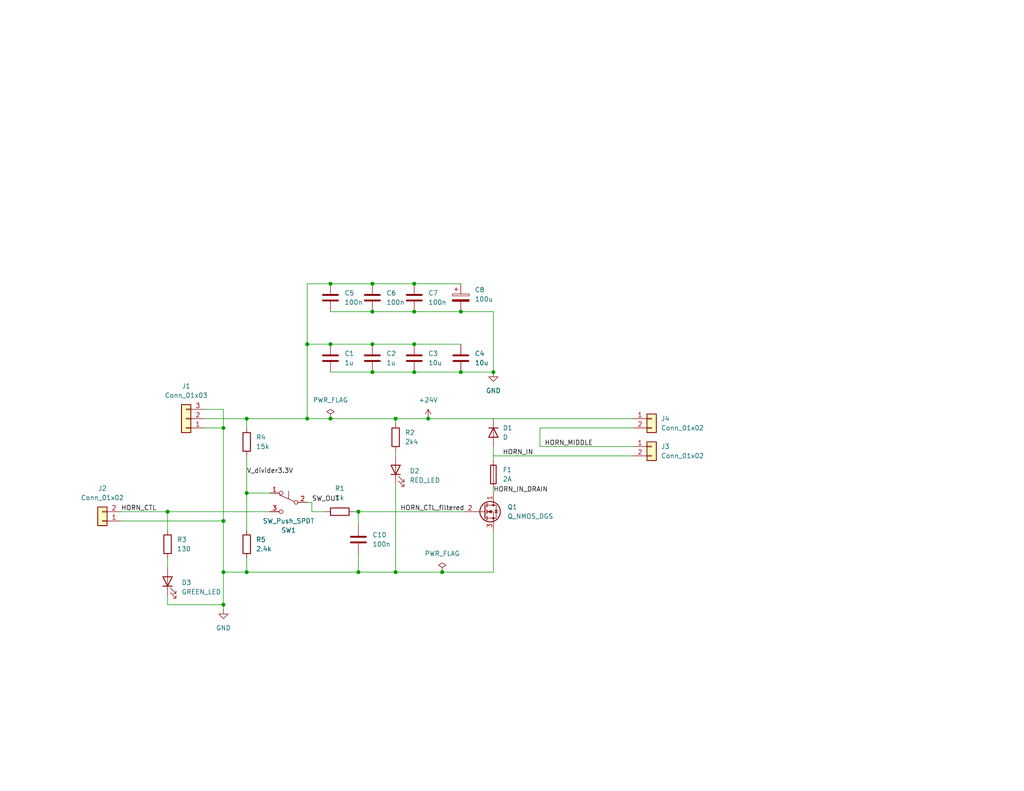
<source format=kicad_sch>
(kicad_sch (version 20231120) (generator "eeschema") (generator_version "8.0")
  (paper "USLetter")
  (title_block (title "Horns Board onboarding") (date "2025-09-13") (rev "0.0") (company "Illini Solar Car") (comment 1 "Designed By: Alex Wang"))
  (lib_symbols
    (symbol "Connector_Generic:Conn_01x02" (pin_names (offset 1.016) hide)
      (property "Reference" "J" (at 0 2.54 0))
      (property "Value" "Conn_01x02" (at 0 -5.08 0))
      (symbol "Conn_01x02_1_1"
        (rectangle (start -1.27 -2.413) (end 0 -2.667) (stroke (width 0.1524)))
        (rectangle (start -1.27 0.127) (end 0 -0.127) (stroke (width 0.1524)))
        (rectangle (start -1.27 1.27) (end 1.27 -3.81) (stroke (width 0.254)) (fill (type background)))
        (pin passive line (at -5.08 0 0) (length 3.81) (name "Pin_1") (number "1"))
        (pin passive line (at -5.08 -2.54 0) (length 3.81) (name "Pin_2") (number "2"))
      )
    )
    (symbol "Connector_Generic:Conn_01x03" (pin_names (offset 1.016) hide)
      (property "Reference" "J" (at 0 5.08 0))
      (property "Value" "Conn_01x03" (at 0 -5.08 0))
      (symbol "Conn_01x03_1_1"
        (rectangle (start -1.27 -2.413) (end 0 -2.667) (stroke (width 0.1524)))
        (rectangle (start -1.27 0.127) (end 0 -0.127) (stroke (width 0.1524)))
        (rectangle (start -1.27 2.667) (end 0 2.413) (stroke (width 0.1524)))
        (rectangle (start -1.27 3.81) (end 1.27 -3.81) (stroke (width 0.254)) (fill (type background)))
        (pin passive line (at -5.08 2.54 0) (length 3.81) (name "Pin_1") (number "1"))
        (pin passive line (at -5.08 0 0) (length 3.81) (name "Pin_2") (number "2"))
        (pin passive line (at -5.08 -2.54 0) (length 3.81) (name "Pin_3") (number "3"))
      )
    )
    (symbol "Device:D" (pin_numbers hide) (pin_names (offset 1.016) hide)
      (property "Reference" "D" (at 0 2.54 0))
      (property "Value" "D" (at 0 -2.54 0))
      (symbol "D_0_1"
        (polyline (pts (xy -1.27 1.27) (xy -1.27 -1.27)) (stroke (width 0.254)))
        (polyline (pts (xy 1.27 0) (xy -1.27 0)))
        (polyline (pts (xy 1.27 1.27) (xy 1.27 -1.27) (xy -1.27 0) (xy 1.27 1.27)) (stroke (width 0.254)))
      )
      (symbol "D_1_1"
        (pin passive line (at -3.81 0 0) (length 2.54) (name "K") (number "1"))
        (pin passive line (at 3.81 0 180) (length 2.54) (name "A") (number "2"))
      )
    )
    (symbol "Device:R" (pin_numbers hide) (pin_names (offset 0))
      (property "Reference" "R" (at 2.032 0 90))
      (property "Value" "R" (at 0 0 90))
      (symbol "R_0_1"
        (rectangle (start -1.016 -2.54) (end 1.016 2.54) (stroke (width 0.254)))
      )
      (symbol "R_1_1"
        (pin passive line (at 0 3.81 270) (length 1.27) (name "~") (number "1"))
        (pin passive line (at 0 -3.81 90) (length 1.27) (name "~") (number "2"))
      )
    )
    (symbol "Switch:SW_Push_SPDT" (pin_names (offset 0) hide)
      (property "Reference" "SW" (at 0 4.318 0))
      (property "Value" "SW_Push_SPDT" (at 0 -5.08 0))
      (symbol "SW_Push_SPDT_0_0"
        (circle (center -2.032 0) (radius 0.508))
        (polyline (pts (xy 0 1.016) (xy 0 3.048)))
        (circle (center 2.032 -2.54) (radius 0.508))
      )
      (symbol "SW_Push_SPDT_0_1"
        (polyline (pts (xy -1.524 0.254) (xy 2.54 2.032)))
        (circle (center 2.032 2.54) (radius 0.508))
      )
      (symbol "SW_Push_SPDT_1_1"
        (pin passive line (at 5.08 2.54 180) (length 2.54) (name "A") (number "1"))
        (pin passive line (at -5.08 0 0) (length 2.54) (name "B") (number "2"))
        (pin passive line (at 5.08 -2.54 180) (length 2.54) (name "C") (number "3"))
      )
    )
    (symbol "device:C" (pin_numbers hide) (pin_names (offset 0.254))
      (property "Reference" "C" (at 0.635 2.54 0))
      (property "Value" "C" (at 0.635 -2.54 0))
      (symbol "C_0_1"
        (polyline (pts (xy -2.032 -0.762) (xy 2.032 -0.762)) (stroke (width 0.508)))
        (polyline (pts (xy -2.032 0.762) (xy 2.032 0.762)) (stroke (width 0.508)))
      )
      (symbol "C_1_1"
        (pin passive line (at 0 3.81 270) (length 2.794) (name "~") (number "1"))
        (pin passive line (at 0 -3.81 90) (length 2.794) (name "~") (number "2"))
      )
    )
    (symbol "device:C_Polarized" (pin_numbers hide) (pin_names (offset 0.254))
      (property "Reference" "C" (at 0.635 2.54 0))
      (property "Value" "C_Polarized" (at 0.635 -2.54 0))
      (symbol "C_Polarized_0_1"
        (rectangle (start -2.286 0.508) (end 2.286 1.016))
        (polyline (pts (xy -1.778 2.286) (xy -0.762 2.286)))
        (polyline (pts (xy -1.27 2.794) (xy -1.27 1.778)))
        (rectangle (start 2.286 -0.508) (end -2.286 -1.016) (fill (type outline)))
      )
      (symbol "C_Polarized_1_1"
        (pin passive line (at 0 3.81 270) (length 2.794) (name "~") (number "1"))
        (pin passive line (at 0 -3.81 90) (length 2.794) (name "~") (number "2"))
      )
    )
    (symbol "device:Fuse" (pin_numbers hide) (pin_names (offset 0))
      (property "Reference" "F" (at 2.032 0 90))
      (property "Value" "Fuse" (at -1.905 0 90))
      (symbol "Fuse_0_1"
        (rectangle (start -0.762 -2.54) (end 0.762 2.54) (stroke (width 0.254)))
        (polyline (pts (xy 0 2.54) (xy 0 -2.54)))
      )
      (symbol "Fuse_1_1"
        (pin passive line (at 0 3.81 270) (length 1.27) (name "~") (number "1"))
        (pin passive line (at 0 -3.81 90) (length 1.27) (name "~") (number "2"))
      )
    )
    (symbol "device:LED" (pin_numbers hide) (pin_names (offset 1.016) hide)
      (property "Reference" "D" (at 0 2.54 0))
      (property "Value" "LED" (at 0 -2.54 0))
      (symbol "LED_0_1"
        (polyline (pts (xy -1.27 -1.27) (xy -1.27 1.27)) (stroke (width 0.254)))
        (polyline (pts (xy -1.27 0) (xy 1.27 0)))
        (polyline (pts (xy 1.27 -1.27) (xy 1.27 1.27) (xy -1.27 0) (xy 1.27 -1.27)) (stroke (width 0.254)))
        (polyline (pts (xy -3.048 -0.762) (xy -4.572 -2.286) (xy -3.81 -2.286) (xy -4.572 -2.286) (xy -4.572 -1.524)))
        (polyline (pts (xy -1.778 -0.762) (xy -3.302 -2.286) (xy -2.54 -2.286) (xy -3.302 -2.286) (xy -3.302 -1.524)))
      )
      (symbol "LED_1_1"
        (pin passive line (at -3.81 0 0) (length 2.54) (name "K") (number "1"))
        (pin passive line (at 3.81 0 180) (length 2.54) (name "A") (number "2"))
      )
    )
    (symbol "device:Q_NMOS_DGS" (pin_names (offset 0) hide)
      (property "Reference" "Q" (at 5.08 1.27 0))
      (property "Value" "Q_NMOS_DGS" (at 5.08 -1.27 0))
      (symbol "Q_NMOS_DGS_0_1"
        (polyline (pts (xy 0.254 0) (xy -2.54 0)))
        (polyline (pts (xy 0.254 1.905) (xy 0.254 -1.905)) (stroke (width 0.254)))
        (polyline (pts (xy 0.762 -1.27) (xy 0.762 -2.286)) (stroke (width 0.254)))
        (polyline (pts (xy 0.762 0.508) (xy 0.762 -0.508)) (stroke (width 0.254)))
        (polyline (pts (xy 0.762 2.286) (xy 0.762 1.27)) (stroke (width 0.254)))
        (polyline (pts (xy 2.54 2.54) (xy 2.54 1.778)))
        (polyline (pts (xy 2.54 -2.54) (xy 2.54 0) (xy 0.762 0)))
        (polyline (pts (xy 0.762 -1.778) (xy 3.302 -1.778) (xy 3.302 1.778) (xy 0.762 1.778)))
        (polyline (pts (xy 1.016 0) (xy 2.032 0.381) (xy 2.032 -0.381) (xy 1.016 0)) (fill (type outline)))
        (polyline (pts (xy 2.794 0.508) (xy 2.921 0.381) (xy 3.683 0.381) (xy 3.81 0.254)))
        (polyline (pts (xy 3.302 0.381) (xy 2.921 -0.254) (xy 3.683 -0.254) (xy 3.302 0.381)))
        (circle (center 1.651 0) (radius 2.794) (stroke (width 0.254)))
        (circle (center 2.54 -1.778) (radius 0.254) (fill (type outline)))
        (circle (center 2.54 1.778) (radius 0.254) (fill (type outline)))
      )
      (symbol "Q_NMOS_DGS_1_1"
        (pin passive line (at 2.54 5.08 270) (length 2.54) (name "D") (number "1"))
        (pin input line (at -5.08 0 0) (length 2.54) (name "G") (number "2"))
        (pin passive line (at 2.54 -5.08 90) (length 2.54) (name "S") (number "3"))
      )
    )
    (symbol "power:+24V" (power) (pin_names (offset 0))
      (property "Value" "+24V" (at 0 3.556 0))
      (symbol "+24V_0_1"
        (polyline (pts (xy -0.762 1.27) (xy 0 2.54)))
        (polyline (pts (xy 0 0) (xy 0 2.54)))
        (polyline (pts (xy 0 2.54) (xy 0.762 1.27)))
      )
      (symbol "+24V_1_1"
        (pin power_in line (at 0 0 90) (length 0) hide (name "+24V") (number "1"))
      )
    )
    (symbol "power:GND" (power) (pin_names (offset 0))
      (property "Value" "GND" (at 0 -3.81 0))
      (symbol "GND_0_1"
        (polyline (pts (xy 0 0) (xy 0 -1.27) (xy 1.27 -1.27) (xy 0 -2.54) (xy -1.27 -1.27) (xy 0 -1.27)))
      )
      (symbol "GND_1_1"
        (pin power_in line (at 0 0 270) (length 0) hide (name "GND") (number "1"))
      )
    )
    (symbol "power:PWR_FLAG" (power) (pin_numbers hide) (pin_names (offset 0) hide)
      (property "Value" "PWR_FLAG" (at 0 3.81 0))
      (symbol "PWR_FLAG_0_0"
        (pin power_out line (at 0 0 90) (length 0) (name "pwr") (number "1"))
      )
      (symbol "PWR_FLAG_0_1"
        (polyline (pts (xy 0 0) (xy 0 1.27) (xy -1.016 1.905) (xy 0 2.54) (xy 1.016 1.905) (xy 0 1.27)))
      )
    )
  )
  (junction (at 113.03 101.6))
  (junction (at 45.72 139.7))
  (junction (at 90.17 77.47))
  (junction (at 67.31 114.3))
  (junction (at 125.73 85.09))
  (junction (at 125.73 101.6))
  (junction (at 60.96 165.1))
  (junction (at 116.84 114.3))
  (junction (at 83.82 114.3))
  (junction (at 60.96 156.21))
  (junction (at 107.95 156.21))
  (junction (at 60.96 142.24))
  (junction (at 101.6 77.47))
  (junction (at 83.82 93.98))
  (junction (at 97.79 156.21))
  (junction (at 67.31 156.21))
  (junction (at 90.17 114.3))
  (junction (at 120.65 156.21))
  (junction (at 90.17 93.98))
  (junction (at 97.79 139.7))
  (junction (at 101.6 93.98))
  (junction (at 113.03 93.98))
  (junction (at 134.62 101.6))
  (junction (at 67.31 134.62))
  (junction (at 60.96 116.84))
  (junction (at 107.95 114.3))
  (junction (at 101.6 85.09))
  (junction (at 113.03 85.09))
  (junction (at 101.6 101.6))
  (junction (at 113.03 77.47))
  (wire (pts (xy 45.72 154.94) (xy 45.72 152.4)))
  (wire (pts (xy 134.62 133.35) (xy 134.62 134.62)))
  (wire (pts (xy 97.79 139.7) (xy 127 139.7)))
  (wire (pts (xy 90.17 114.3) (xy 107.95 114.3)))
  (wire (pts (xy 85.09 139.7) (xy 88.9 139.7)))
  (wire (pts (xy 55.88 114.3) (xy 67.31 114.3)))
  (wire (pts (xy 67.31 134.62) (xy 73.66 134.62)))
  (wire (pts (xy 101.6 101.6) (xy 113.03 101.6)))
  (wire (pts (xy 60.96 111.76) (xy 60.96 116.84)))
  (wire (pts (xy 60.96 156.21) (xy 60.96 165.1)))
  (wire (pts (xy 113.03 101.6) (xy 125.73 101.6)))
  (wire (pts (xy 67.31 156.21) (xy 97.79 156.21)))
  (wire (pts (xy 60.96 165.1) (xy 60.96 166.37)))
  (wire (pts (xy 96.52 139.7) (xy 97.79 139.7)))
  (wire (pts (xy 107.95 132.08) (xy 107.95 156.21)))
  (wire (pts (xy 172.72 116.84) (xy 147.32 116.84)))
  (wire (pts (xy 83.82 114.3) (xy 90.17 114.3)))
  (wire (pts (xy 125.73 85.09) (xy 134.62 85.09)))
  (wire (pts (xy 83.82 137.16) (xy 85.09 137.16)))
  (wire (pts (xy 101.6 93.98) (xy 113.03 93.98)))
  (wire (pts (xy 67.31 124.46) (xy 67.31 134.62)))
  (wire (pts (xy 90.17 101.6) (xy 101.6 101.6)))
  (wire (pts (xy 55.88 116.84) (xy 60.96 116.84)))
  (wire (pts (xy 90.17 85.09) (xy 101.6 85.09)))
  (wire (pts (xy 101.6 85.09) (xy 113.03 85.09)))
  (wire (pts (xy 113.03 77.47) (xy 125.73 77.47)))
  (wire (pts (xy 45.72 165.1) (xy 60.96 165.1)))
  (wire (pts (xy 113.03 85.09) (xy 125.73 85.09)))
  (wire (pts (xy 134.62 101.6) (xy 134.62 85.09)))
  (wire (pts (xy 83.82 93.98) (xy 90.17 93.98)))
  (wire (pts (xy 83.82 77.47) (xy 90.17 77.47)))
  (wire (pts (xy 107.95 124.46) (xy 107.95 123.19)))
  (wire (pts (xy 90.17 77.47) (xy 101.6 77.47)))
  (wire (pts (xy 33.02 142.24) (xy 60.96 142.24)))
  (wire (pts (xy 90.17 93.98) (xy 101.6 93.98)))
  (wire (pts (xy 55.88 111.76) (xy 60.96 111.76)))
  (wire (pts (xy 116.84 114.3) (xy 134.62 114.3)))
  (wire (pts (xy 45.72 139.7) (xy 45.72 144.78)))
  (wire (pts (xy 33.02 139.7) (xy 45.72 139.7)))
  (wire (pts (xy 134.62 124.46) (xy 172.72 124.46)))
  (wire (pts (xy 101.6 77.47) (xy 113.03 77.47)))
  (wire (pts (xy 60.96 142.24) (xy 60.96 156.21)))
  (wire (pts (xy 83.82 93.98) (xy 83.82 77.47)))
  (wire (pts (xy 120.65 156.21) (xy 134.62 156.21)))
  (wire (pts (xy 107.95 115.57) (xy 107.95 114.3)))
  (wire (pts (xy 45.72 139.7) (xy 73.66 139.7)))
  (wire (pts (xy 134.62 121.92) (xy 134.62 125.73)))
  (wire (pts (xy 134.62 156.21) (xy 134.62 144.78)))
  (wire (pts (xy 134.62 114.3) (xy 172.72 114.3)))
  (wire (pts (xy 147.32 116.84) (xy 147.32 121.92)))
  (wire (pts (xy 67.31 134.62) (xy 67.31 144.78)))
  (wire (pts (xy 67.31 114.3) (xy 83.82 114.3)))
  (wire (pts (xy 83.82 114.3) (xy 83.82 93.98)))
  (wire (pts (xy 45.72 162.56) (xy 45.72 165.1)))
  (wire (pts (xy 67.31 114.3) (xy 67.31 116.84)))
  (wire (pts (xy 97.79 156.21) (xy 107.95 156.21)))
  (wire (pts (xy 97.79 139.7) (xy 97.79 143.51)))
  (wire (pts (xy 147.32 121.92) (xy 172.72 121.92)))
  (wire (pts (xy 60.96 156.21) (xy 67.31 156.21)))
  (wire (pts (xy 60.96 116.84) (xy 60.96 142.24)))
  (wire (pts (xy 97.79 151.13) (xy 97.79 156.21)))
  (wire (pts (xy 113.03 93.98) (xy 125.73 93.98)))
  (wire (pts (xy 125.73 101.6) (xy 134.62 101.6)))
  (wire (pts (xy 107.95 156.21) (xy 120.65 156.21)))
  (wire (pts (xy 67.31 152.4) (xy 67.31 156.21)))
  (wire (pts (xy 85.09 137.16) (xy 85.09 139.7)))
  (wire (pts (xy 107.95 114.3) (xy 116.84 114.3)))
  (label "HORN_MIDDLE" (at 148.59 121.92 0))
  (label "HORN_IN_DRAIN" (at 134.62 134.62 0))
  (label "V_divider3.3V" (at 67.31 129.54 0))
  (label "SW_OUT" (at 85.09 137.16 0))
  (label "HORN_IN" (at 137.16 124.46 0))
  (label "HORN_CTL_filtered" (at 109.22 139.7 0))
  (label "HORN_CTL" (at 33.02 139.7 0))
  (symbol (lib_id "device:C") (at 97.79 147.32 0) (unit 1)
    (property "Reference" "C10" (at 101.6 146.0499 0) (effects (justify left)))
    (property "Value" "100n" (at 101.6 148.5899 0) (effects (justify left)))
    (property "Footprint" "Capacitor_SMD:C_0805_2012Metric" (effects (hide yes)))
    (property "Description" "Unpolarized capacitor" (effects (hide yes)))
  )
  (symbol (lib_id "device:C") (at 113.03 81.28 0) (unit 1)
    (property "Reference" "C7" (at 116.84 80.0099 0) (effects (justify left)))
    (property "Value" "100n" (at 116.84 82.5499 0) (effects (justify left)))
    (property "Footprint" "Capacitor_SMD:C_0805_2012Metric" (effects (hide yes)))
    (property "Description" "Unpolarized capacitor" (effects (hide yes)))
  )
  (symbol (lib_id "Device:R") (at 67.31 148.59 0) (unit 1)
    (property "Reference" "R5" (at 69.85 147.3199 0) (effects (justify left)))
    (property "Value" "2.4k" (at 69.85 149.8599 0) (effects (justify left)))
    (property "Footprint" "Resistor_SMD:R_0805_2012Metric" (effects (hide yes)))
    (property "Description" "Resistor" (effects (hide yes)))
  )
  (symbol (lib_id "device:C") (at 90.17 81.28 0) (unit 1)
    (property "Reference" "C5" (at 93.98 80.0099 0) (effects (justify left)))
    (property "Value" "100n" (at 93.98 82.5499 0) (effects (justify left)))
    (property "Footprint" "Capacitor_SMD:C_0805_2012Metric" (effects (hide yes)))
    (property "Description" "Unpolarized capacitor" (effects (hide yes)))
  )
  (symbol (lib_id "device:C") (at 101.6 97.79 0) (unit 1)
    (property "Reference" "C2" (at 105.41 96.5199 0) (effects (justify left)))
    (property "Value" "1u" (at 105.41 99.0599 0) (effects (justify left)))
    (property "Footprint" "Capacitor_SMD:C_0805_2012Metric" (effects (hide yes)))
    (property "Description" "Unpolarized capacitor" (effects (hide yes)))
  )
  (symbol (lib_id "device:Fuse") (at 134.62 129.54 0) (unit 1)
    (property "Reference" "F1" (at 137.16 128.2699 0) (effects (justify left)))
    (property "Value" "2A" (at 137.16 130.8099 0) (effects (justify left)))
    (property "Footprint" "Fuse:Fuse_Littelfuse-LVR100" (effects (hide yes)))
    (property "Description" "Fuse" (effects (hide yes)))
  )
  (symbol (lib_id "Switch:SW_Push_SPDT") (at 78.74 137.16 0) (mirror y) (unit 1)
    (property "Reference" "SW1" (at 78.74 144.78 0))
    (property "Value" "SW_Push_SPDT" (at 78.74 142.24 0))
    (property "Footprint" "Button_Switch_THT:SW_Push_1P2T_Vertical_E-Switch_800UDP8P1A1M6" (effects (hide yes)))
    (property "Description" "Momentary Switch, single pole double throw" (effects (hide yes)))
  )
  (symbol (lib_id "power:GND") (at 134.62 101.6 0) (unit 1)
    (property "Reference" "#PWR3" (effects (hide yes)))
    (property "Value" "GND" (at 134.62 106.68 0))
    (property "Description" "Power symbol creates a global label with name \"GND\" , ground" (effects (hide yes)))
  )
  (symbol (lib_id "device:C") (at 101.6 81.28 0) (unit 1)
    (property "Reference" "C6" (at 105.41 80.0099 0) (effects (justify left)))
    (property "Value" "100n" (at 105.41 82.5499 0) (effects (justify left)))
    (property "Footprint" "Capacitor_SMD:C_0805_2012Metric" (effects (hide yes)))
    (property "Description" "Unpolarized capacitor" (effects (hide yes)))
  )
  (symbol (lib_id "Connector_Generic:Conn_01x02") (at 177.8 121.92 0) (unit 1)
    (property "Reference" "J3" (at 180.34 121.9199 0) (effects (justify left)))
    (property "Value" "Conn_01x02" (at 180.34 124.4599 0) (effects (justify left)))
    (property "Footprint" "Connector_Molex:Molex_KK-254_AE-6410-02A_1x02_P2.54mm_Vertical" (effects (hide yes)))
    (property "Description" "Generic connector, single row, 01x02, script generated (kicad-library-utils/schlib/autogen/connector/)" (effects (hide yes)))
  )
  (symbol (lib_id "Device:R") (at 107.95 119.38 0) (unit 1)
    (property "Reference" "R2" (at 110.49 118.1099 0) (effects (justify left)))
    (property "Value" "2k4" (at 110.49 120.6499 0) (effects (justify left)))
    (property "Footprint" "Resistor_SMD:R_2010_5025Metric" (effects (hide yes)))
    (property "Description" "Resistor" (effects (hide yes)))
  )
  (symbol (lib_id "Device:R") (at 45.72 148.59 0) (unit 1)
    (property "Reference" "R3" (at 48.26 147.3199 0) (effects (justify left)))
    (property "Value" "130" (at 48.26 149.8599 0) (effects (justify left)))
    (property "Footprint" "Resistor_SMD:R_0805_2012Metric" (effects (hide yes)))
    (property "Description" "Resistor" (effects (hide yes)))
  )
  (symbol (lib_id "Device:D") (at 134.62 118.11 270) (unit 1)
    (property "Reference" "D1" (at 137.16 116.8399 90) (effects (justify left)))
    (property "Value" "D" (at 137.16 119.3799 90) (effects (justify left)))
    (property "Footprint" "Diode_SMD:D_1812_4532Metric" (effects (hide yes)))
    (property "Description" "Diode" (effects (hide yes)))
    (property "Sim.Device" "D" (effects (hide yes)))
    (property "Sim.Pins" "1=K 2=A" (effects (hide yes)))
  )
  (symbol (lib_id "Connector_Generic:Conn_01x03") (at 50.8 114.3 180) (unit 1)
    (property "Reference" "J1" (at 50.8 105.41 0))
    (property "Value" "Conn_01x03" (at 50.8 107.95 0))
    (property "Footprint" "Connector_Molex:Molex_KK-254_AE-6410-03A_1x03_P2.54mm_Vertical" (effects (hide yes)))
    (property "Description" "Generic connector, single row, 01x03, script generated (kicad-library-utils/schlib/autogen/connector/)" (effects (hide yes)))
  )
  (symbol (lib_id "device:C_Polarized") (at 125.73 81.28 0) (unit 1)
    (property "Reference" "C8" (at 129.54 79.1209 0) (effects (justify left)))
    (property "Value" "100u" (at 129.54 81.6609 0) (effects (justify left)))
    (property "Footprint" "Capacitor_SMD:CP_Elec_8x5.4" (effects (hide yes)))
    (property "Description" "Polarized capacitor" (effects (hide yes)))
  )
  (symbol (lib_id "device:LED") (at 107.95 128.27 90) (unit 1)
    (property "Reference" "D2" (at 111.76 128.5874 90) (effects (justify right)))
    (property "Value" "RED_LED" (at 111.76 131.1274 90) (effects (justify right)))
    (property "Footprint" "LED_SMD:LED_1206_3216Metric" (effects (hide yes)))
    (property "Description" "Light emitting diode" (effects (hide yes)))
  )
  (symbol (lib_id "power:GND") (at 60.96 166.37 0) (unit 1)
    (property "Reference" "#PWR1" (effects (hide yes)))
    (property "Value" "GND" (at 60.96 171.45 0))
    (property "Description" "Power symbol creates a global label with name \"GND\" , ground" (effects (hide yes)))
  )
  (symbol (lib_id "device:C") (at 125.73 97.79 0) (unit 1)
    (property "Reference" "C4" (at 129.54 96.5199 0) (effects (justify left)))
    (property "Value" "10u" (at 129.54 99.0599 0) (effects (justify left)))
    (property "Footprint" "Capacitor_SMD:C_1206_3216Metric" (effects (hide yes)))
    (property "Description" "Unpolarized capacitor" (effects (hide yes)))
  )
  (symbol (lib_id "device:LED") (at 45.72 158.75 90) (unit 1)
    (property "Reference" "D3" (at 49.53 159.0674 90) (effects (justify right)))
    (property "Value" "GREEN_LED" (at 49.53 161.6074 90) (effects (justify right)))
    (property "Footprint" "LED_SMD:LED_1206_3216Metric" (effects (hide yes)))
    (property "Description" "Light emitting diode" (effects (hide yes)))
  )
  (symbol (lib_id "Connector_Generic:Conn_01x02") (at 27.94 142.24 180) (unit 1)
    (property "Reference" "J2" (at 27.94 133.35 0))
    (property "Value" "Conn_01x02" (at 27.94 135.89 0))
    (property "Footprint" "Connector_Molex:Molex_KK-254_AE-6410-02A_1x02_P2.54mm_Vertical" (effects (hide yes)))
    (property "Description" "Generic connector, single row, 01x02, script generated (kicad-library-utils/schlib/autogen/connector/)" (effects (hide yes)))
  )
  (symbol (lib_id "Device:R") (at 92.71 139.7 90) (unit 1)
    (property "Reference" "R1" (at 92.71 133.35 90))
    (property "Value" "1k" (at 92.71 135.89 90))
    (property "Footprint" "Resistor_SMD:R_0805_2012Metric" (effects (hide yes)))
    (property "Description" "Resistor" (effects (hide yes)))
  )
  (symbol (lib_id "device:C") (at 90.17 97.79 0) (unit 1)
    (property "Reference" "C1" (at 93.98 96.5199 0) (effects (justify left)))
    (property "Value" "1u" (at 93.98 99.0599 0) (effects (justify left)))
    (property "Footprint" "Capacitor_SMD:C_0805_2012Metric" (effects (hide yes)))
    (property "Description" "Unpolarized capacitor" (effects (hide yes)))
  )
  (symbol (lib_id "device:Q_NMOS_DGS") (at 132.08 139.7 0) (unit 1)
    (property "Reference" "Q1" (at 138.43 138.4299 0) (effects (justify left)))
    (property "Value" "Q_NMOS_DGS" (at 138.43 140.9699 0) (effects (justify left)))
    (property "Footprint" "Package_TO_SOT_SMD:TO-252-3_TabPin2" (effects (hide yes)))
    (property "Description" "N-MOSFET transistor, drain/gate/source" (effects (hide yes)))
  )
  (symbol (lib_id "Connector_Generic:Conn_01x02") (at 177.8 114.3 0) (unit 1)
    (property "Reference" "J4" (at 180.34 114.2999 0) (effects (justify left)))
    (property "Value" "Conn_01x02" (at 180.34 116.8399 0) (effects (justify left)))
    (property "Footprint" "Connector_Molex:Molex_KK-254_AE-6410-02A_1x02_P2.54mm_Vertical" (effects (hide yes)))
    (property "Description" "Generic connector, single row, 01x02, script generated (kicad-library-utils/schlib/autogen/connector/)" (effects (hide yes)))
  )
  (symbol (lib_id "power:PWR_FLAG") (at 90.17 114.3 0) (unit 1)
    (property "Reference" "#FLG1" (effects (hide yes)))
    (property "Value" "PWR_FLAG" (at 90.17 109.22 0))
    (property "Description" "Special symbol for telling ERC where power comes from" (effects (hide yes)))
  )
  (symbol (lib_id "power:PWR_FLAG") (at 120.65 156.21 0) (unit 1)
    (property "Reference" "#FLG2" (effects (hide yes)))
    (property "Value" "PWR_FLAG" (at 120.65 151.13 0))
    (property "Description" "Special symbol for telling ERC where power comes from" (effects (hide yes)))
  )
  (symbol (lib_id "device:C") (at 113.03 97.79 0) (unit 1)
    (property "Reference" "C3" (at 116.84 96.5199 0) (effects (justify left)))
    (property "Value" "10u" (at 116.84 99.0599 0) (effects (justify left)))
    (property "Footprint" "Capacitor_SMD:C_1206_3216Metric" (effects (hide yes)))
    (property "Description" "Unpolarized capacitor" (effects (hide yes)))
  )
  (symbol (lib_id "Device:R") (at 67.31 120.65 0) (unit 1)
    (property "Reference" "R4" (at 69.85 119.3799 0) (effects (justify left)))
    (property "Value" "15k" (at 69.85 121.9199 0) (effects (justify left)))
    (property "Footprint" "Resistor_SMD:R_0805_2012Metric" (effects (hide yes)))
    (property "Description" "Resistor" (effects (hide yes)))
  )
  (symbol (lib_id "power:+24V") (at 116.84 114.3 0) (unit 1)
    (property "Reference" "#PWR2" (effects (hide yes)))
    (property "Value" "+24V" (at 116.84 109.22 0))
    (property "Description" "Power symbol creates a global label with name \"+24V\"" (effects (hide yes)))
  )
)
</source>
